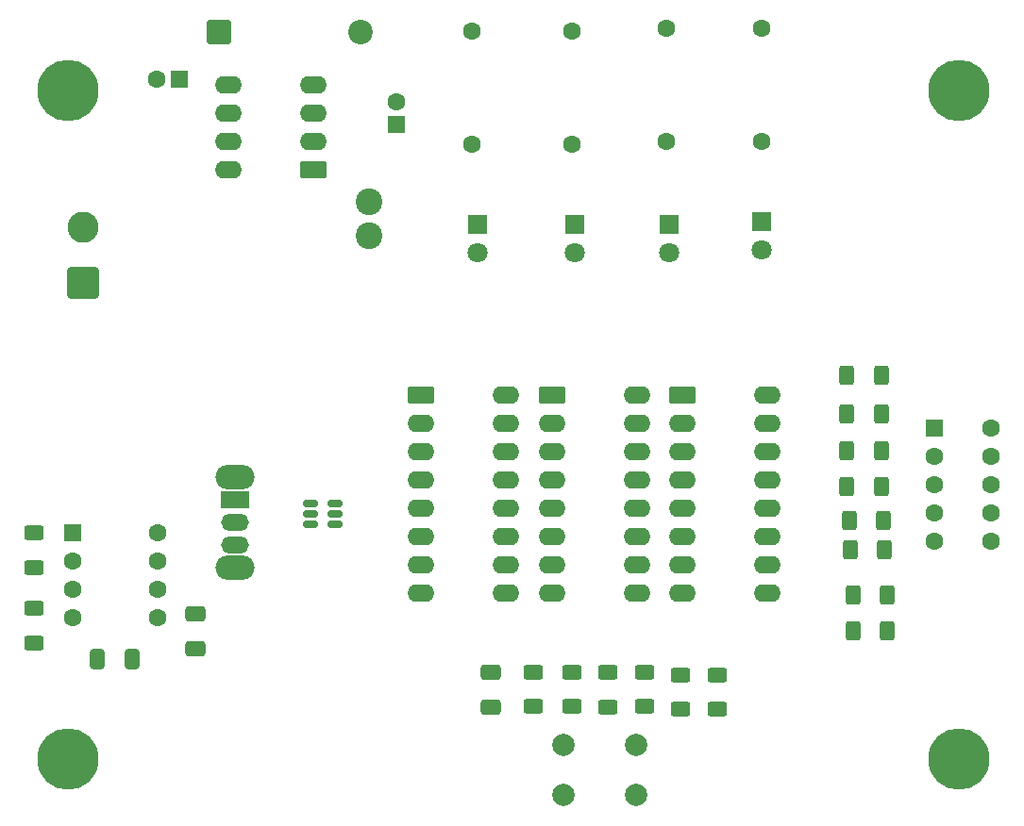
<source format=gbr>
%TF.GenerationSoftware,KiCad,Pcbnew,9.0.3*%
%TF.CreationDate,2025-12-16T11:33:00+01:00*%
%TF.ProjectId,PTP_Adrian_Pavlovic_Project1,5054505f-4164-4726-9961-6e5f5061766c,rev?*%
%TF.SameCoordinates,Original*%
%TF.FileFunction,Soldermask,Top*%
%TF.FilePolarity,Negative*%
%FSLAX46Y46*%
G04 Gerber Fmt 4.6, Leading zero omitted, Abs format (unit mm)*
G04 Created by KiCad (PCBNEW 9.0.3) date 2025-12-16 11:33:00*
%MOMM*%
%LPD*%
G01*
G04 APERTURE LIST*
G04 Aperture macros list*
%AMRoundRect*
0 Rectangle with rounded corners*
0 $1 Rounding radius*
0 $2 $3 $4 $5 $6 $7 $8 $9 X,Y pos of 4 corners*
0 Add a 4 corners polygon primitive as box body*
4,1,4,$2,$3,$4,$5,$6,$7,$8,$9,$2,$3,0*
0 Add four circle primitives for the rounded corners*
1,1,$1+$1,$2,$3*
1,1,$1+$1,$4,$5*
1,1,$1+$1,$6,$7*
1,1,$1+$1,$8,$9*
0 Add four rect primitives between the rounded corners*
20,1,$1+$1,$2,$3,$4,$5,0*
20,1,$1+$1,$4,$5,$6,$7,0*
20,1,$1+$1,$6,$7,$8,$9,0*
20,1,$1+$1,$8,$9,$2,$3,0*%
G04 Aperture macros list end*
%ADD10RoundRect,0.250000X-0.950000X-0.550000X0.950000X-0.550000X0.950000X0.550000X-0.950000X0.550000X0*%
%ADD11O,2.400000X1.600000*%
%ADD12RoundRect,0.250000X-0.550000X-0.550000X0.550000X-0.550000X0.550000X0.550000X-0.550000X0.550000X0*%
%ADD13C,1.600000*%
%ADD14R,1.800000X1.800000*%
%ADD15C,1.800000*%
%ADD16RoundRect,0.250000X0.625000X-0.400000X0.625000X0.400000X-0.625000X0.400000X-0.625000X-0.400000X0*%
%ADD17RoundRect,0.250000X-0.400000X-0.625000X0.400000X-0.625000X0.400000X0.625000X-0.400000X0.625000X0*%
%ADD18C,2.000000*%
%ADD19RoundRect,0.250000X-0.625000X0.400000X-0.625000X-0.400000X0.625000X-0.400000X0.625000X0.400000X0*%
%ADD20RoundRect,0.150000X0.512500X0.150000X-0.512500X0.150000X-0.512500X-0.150000X0.512500X-0.150000X0*%
%ADD21RoundRect,0.250000X0.650000X-0.412500X0.650000X0.412500X-0.650000X0.412500X-0.650000X-0.412500X0*%
%ADD22R,1.600000X1.600000*%
%ADD23O,3.500000X2.200000*%
%ADD24R,2.500000X1.500000*%
%ADD25O,2.500000X1.500000*%
%ADD26RoundRect,0.250000X0.550000X-0.550000X0.550000X0.550000X-0.550000X0.550000X-0.550000X-0.550000X0*%
%ADD27RoundRect,0.250000X-0.650000X0.412500X-0.650000X-0.412500X0.650000X-0.412500X0.650000X0.412500X0*%
%ADD28C,5.500000*%
%ADD29RoundRect,0.250001X1.149999X-1.149999X1.149999X1.149999X-1.149999X1.149999X-1.149999X-1.149999X0*%
%ADD30C,2.800000*%
%ADD31RoundRect,0.250000X0.412500X0.650000X-0.412500X0.650000X-0.412500X-0.650000X0.412500X-0.650000X0*%
%ADD32C,2.400000*%
%ADD33RoundRect,0.250000X0.950000X0.550000X-0.950000X0.550000X-0.950000X-0.550000X0.950000X-0.550000X0*%
%ADD34RoundRect,0.249999X-0.850001X-0.850001X0.850001X-0.850001X0.850001X0.850001X-0.850001X0.850001X0*%
%ADD35C,2.200000*%
%ADD36RoundRect,0.250000X0.550000X0.550000X-0.550000X0.550000X-0.550000X-0.550000X0.550000X-0.550000X0*%
G04 APERTURE END LIST*
D10*
%TO.C,U2*%
X120730000Y-107360000D03*
D11*
X120730000Y-109900000D03*
X120730000Y-112440000D03*
X120730000Y-114980000D03*
X120730000Y-117520000D03*
X120730000Y-120060000D03*
X120730000Y-122600000D03*
X120730000Y-125140000D03*
X128350000Y-125140000D03*
X128350000Y-122600000D03*
X128350000Y-120060000D03*
X128350000Y-117520000D03*
X128350000Y-114980000D03*
X128350000Y-112440000D03*
X128350000Y-109900000D03*
X128350000Y-107360000D03*
%TD*%
D12*
%TO.C,U7*%
X89445000Y-119690000D03*
D13*
X89445000Y-122230000D03*
X89445000Y-124770000D03*
X89445000Y-127310000D03*
X97065000Y-127310000D03*
X97065000Y-124770000D03*
X97065000Y-122230000D03*
X97065000Y-119690000D03*
%TD*%
D14*
%TO.C,D1*%
X151250000Y-91725000D03*
D15*
X151250000Y-94265000D03*
%TD*%
D16*
%TO.C,R9*%
X137500000Y-135350000D03*
X137500000Y-132250000D03*
%TD*%
D17*
%TO.C,R16*%
X158900000Y-115560000D03*
X162000000Y-115560000D03*
%TD*%
D18*
%TO.C,SW1*%
X140000000Y-143250000D03*
X133500000Y-143250000D03*
X140000000Y-138750000D03*
X133500000Y-138750000D03*
%TD*%
D13*
%TO.C,R1*%
X151250000Y-84580000D03*
X151250000Y-74420000D03*
%TD*%
D16*
%TO.C,R11*%
X144000000Y-135550000D03*
X144000000Y-132450000D03*
%TD*%
D17*
%TO.C,R15*%
X158900000Y-105560000D03*
X162000000Y-105560000D03*
%TD*%
D19*
%TO.C,R19*%
X86000000Y-119700000D03*
X86000000Y-122800000D03*
%TD*%
D14*
%TO.C,D2*%
X143000000Y-92000000D03*
D15*
X143000000Y-94540000D03*
%TD*%
D17*
%TO.C,R8*%
X159450000Y-125250000D03*
X162550000Y-125250000D03*
%TD*%
D14*
%TO.C,D3*%
X134500000Y-92000000D03*
D15*
X134500000Y-94540000D03*
%TD*%
D20*
%TO.C,U6*%
X113025000Y-118950000D03*
X113025000Y-118000000D03*
X113025000Y-117050000D03*
X110750000Y-117050000D03*
X110750000Y-118000000D03*
X110750000Y-118950000D03*
%TD*%
D17*
%TO.C,R6*%
X159200000Y-121250000D03*
X162300000Y-121250000D03*
%TD*%
%TO.C,R14*%
X159450000Y-128500000D03*
X162550000Y-128500000D03*
%TD*%
%TO.C,R17*%
X158900000Y-109000000D03*
X162000000Y-109000000D03*
%TD*%
D21*
%TO.C,C3*%
X127000000Y-135375000D03*
X127000000Y-132250000D03*
%TD*%
D22*
%TO.C,U5*%
X166750000Y-110250000D03*
D13*
X166750000Y-112790000D03*
X166750000Y-115330000D03*
X166750000Y-117870000D03*
X166750000Y-120410000D03*
X171830000Y-120410000D03*
X171830000Y-117870000D03*
X171830000Y-115330000D03*
X171830000Y-112790000D03*
X171830000Y-110250000D03*
%TD*%
D23*
%TO.C,SW2*%
X104000000Y-114650000D03*
X104000000Y-122850000D03*
D24*
X104000000Y-116750000D03*
D25*
X104000000Y-118750000D03*
X104000000Y-120750000D03*
%TD*%
D26*
%TO.C,C2*%
X118500000Y-83000000D03*
D13*
X118500000Y-81000000D03*
%TD*%
D27*
%TO.C,C5*%
X100500000Y-126937500D03*
X100500000Y-130062500D03*
%TD*%
D28*
%TO.C,H2*%
X169000000Y-80000000D03*
%TD*%
D13*
%TO.C,R4*%
X125250000Y-84830000D03*
X125250000Y-74670000D03*
%TD*%
D29*
%TO.C,J1*%
X90367500Y-97250000D03*
D30*
X90367500Y-92250000D03*
%TD*%
D14*
%TO.C,D5*%
X125750000Y-91975000D03*
D15*
X125750000Y-94515000D03*
%TD*%
D28*
%TO.C,H3*%
X89000000Y-140000000D03*
%TD*%
D10*
%TO.C,U3*%
X132440000Y-107360000D03*
D11*
X132440000Y-109900000D03*
X132440000Y-112440000D03*
X132440000Y-114980000D03*
X132440000Y-117520000D03*
X132440000Y-120060000D03*
X132440000Y-122600000D03*
X132440000Y-125140000D03*
X140060000Y-125140000D03*
X140060000Y-122600000D03*
X140060000Y-120060000D03*
X140060000Y-117520000D03*
X140060000Y-114980000D03*
X140060000Y-112440000D03*
X140060000Y-109900000D03*
X140060000Y-107360000D03*
%TD*%
D10*
%TO.C,U4*%
X144150000Y-107360000D03*
D11*
X144150000Y-109900000D03*
X144150000Y-112440000D03*
X144150000Y-114980000D03*
X144150000Y-117520000D03*
X144150000Y-120060000D03*
X144150000Y-122600000D03*
X144150000Y-125140000D03*
X151770000Y-125140000D03*
X151770000Y-122600000D03*
X151770000Y-120060000D03*
X151770000Y-117520000D03*
X151770000Y-114980000D03*
X151770000Y-112440000D03*
X151770000Y-109900000D03*
X151770000Y-107360000D03*
%TD*%
D17*
%TO.C,R18*%
X158900000Y-112310000D03*
X162000000Y-112310000D03*
%TD*%
D16*
%TO.C,R12*%
X147250000Y-135550000D03*
X147250000Y-132450000D03*
%TD*%
D31*
%TO.C,C4*%
X94812500Y-131000000D03*
X91687500Y-131000000D03*
%TD*%
D32*
%TO.C,L1*%
X116000000Y-93000000D03*
X116000000Y-90000000D03*
%TD*%
D28*
%TO.C,H4*%
X169000000Y-140000000D03*
%TD*%
D33*
%TO.C,U1*%
X111060000Y-87060000D03*
D11*
X111060000Y-84520000D03*
X111060000Y-81980000D03*
X111060000Y-79440000D03*
X103440000Y-79440000D03*
X103440000Y-81980000D03*
X103440000Y-84520000D03*
X103440000Y-87060000D03*
%TD*%
D16*
%TO.C,R7*%
X134250000Y-135300000D03*
X134250000Y-132200000D03*
%TD*%
%TO.C,R13*%
X130750000Y-135300000D03*
X130750000Y-132200000D03*
%TD*%
%TO.C,R10*%
X140750000Y-135300000D03*
X140750000Y-132200000D03*
%TD*%
D17*
%TO.C,R5*%
X159100000Y-118560000D03*
X162200000Y-118560000D03*
%TD*%
D28*
%TO.C,H1*%
X89000000Y-80000000D03*
%TD*%
D34*
%TO.C,D4*%
X102550000Y-74750000D03*
D35*
X115250000Y-74750000D03*
%TD*%
D13*
%TO.C,R2*%
X142750000Y-84580000D03*
X142750000Y-74420000D03*
%TD*%
D36*
%TO.C,C1*%
X99000000Y-79000000D03*
D13*
X97000000Y-79000000D03*
%TD*%
D19*
%TO.C,R20*%
X86000000Y-126450000D03*
X86000000Y-129550000D03*
%TD*%
D13*
%TO.C,R3*%
X134250000Y-84830000D03*
X134250000Y-74670000D03*
%TD*%
M02*

</source>
